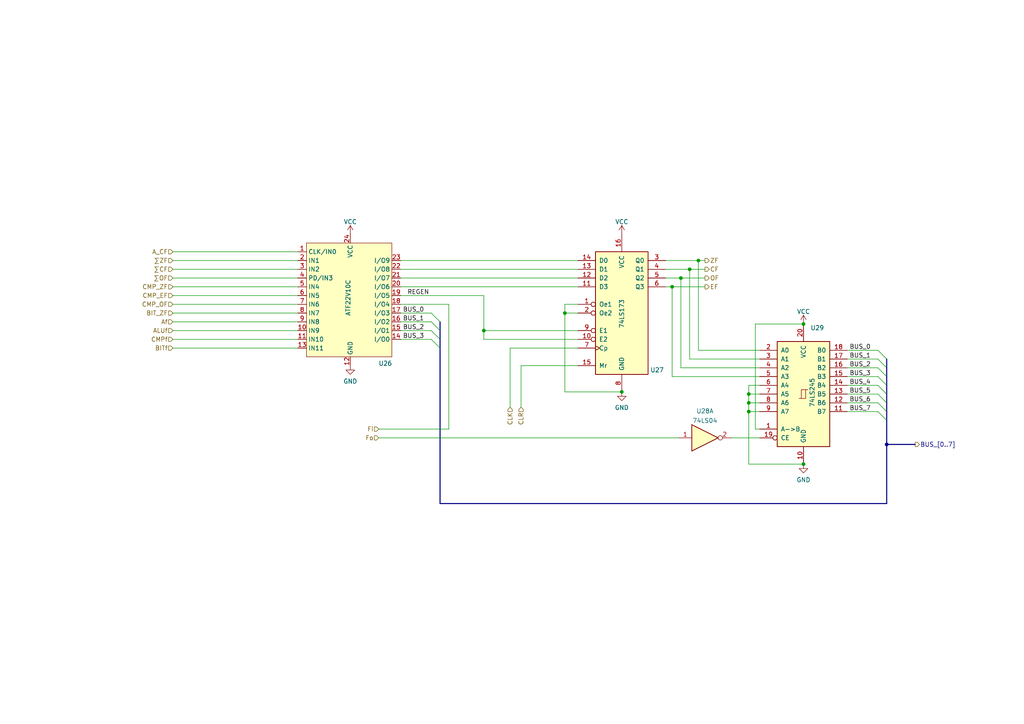
<source format=kicad_sch>
(kicad_sch (version 20230121) (generator eeschema)
  (paper "A4")
  (title_block (title "Flags Register v2") (comment 4 "Adds support for flags input"))
  (lib_symbols
    (symbol "74xx:74LS04"
      (property "Reference" "U" (at 0 1.27 0))
      (property "Value" "74LS04" (at 0 -1.27 0))
      (symbol "74LS04_1_0"
        (polyline (pts (xy -3.81 3.81) (xy -3.81 -3.81) (xy 3.81 0) (xy -3.81 3.81)) (stroke (width 0.254)) (fill (type background)))
        (pin input line (at -7.62 0 0) (length 3.81) (name "~") (number "1"))
        (pin output inverted (at 7.62 0 180) (length 3.81) (name "~") (number "2"))
      )
      (symbol "74LS04_2_0"
        (polyline (pts (xy -3.81 3.81) (xy -3.81 -3.81) (xy 3.81 0) (xy -3.81 3.81)) (stroke (width 0.254)) (fill (type background)))
        (pin input line (at -7.62 0 0) (length 3.81) (name "~") (number "3"))
        (pin output inverted (at 7.62 0 180) (length 3.81) (name "~") (number "4"))
      )
      (symbol "74LS04_3_0"
        (polyline (pts (xy -3.81 3.81) (xy -3.81 -3.81) (xy 3.81 0) (xy -3.81 3.81)) (stroke (width 0.254)) (fill (type background)))
        (pin input line (at -7.62 0 0) (length 3.81) (name "~") (number "5"))
        (pin output inverted (at 7.62 0 180) (length 3.81) (name "~") (number "6"))
      )
      (symbol "74LS04_4_0"
        (polyline (pts (xy -3.81 3.81) (xy -3.81 -3.81) (xy 3.81 0) (xy -3.81 3.81)) (stroke (width 0.254)) (fill (type background)))
        (pin output inverted (at 7.62 0 180) (length 3.81) (name "~") (number "8"))
        (pin input line (at -7.62 0 0) (length 3.81) (name "~") (number "9"))
      )
      (symbol "74LS04_5_0"
        (polyline (pts (xy -3.81 3.81) (xy -3.81 -3.81) (xy 3.81 0) (xy -3.81 3.81)) (stroke (width 0.254)) (fill (type background)))
        (pin output inverted (at 7.62 0 180) (length 3.81) (name "~") (number "10"))
        (pin input line (at -7.62 0 0) (length 3.81) (name "~") (number "11"))
      )
      (symbol "74LS04_6_0"
        (polyline (pts (xy -3.81 3.81) (xy -3.81 -3.81) (xy 3.81 0) (xy -3.81 3.81)) (stroke (width 0.254)) (fill (type background)))
        (pin output inverted (at 7.62 0 180) (length 3.81) (name "~") (number "12"))
        (pin input line (at -7.62 0 0) (length 3.81) (name "~") (number "13"))
      )
      (symbol "74LS04_7_0"
        (pin power_in line (at 0 12.7 270) (length 5.08) (name "VCC") (number "14"))
        (pin power_in line (at 0 -12.7 90) (length 5.08) (name "GND") (number "7"))
      )
      (symbol "74LS04_7_1"
        (rectangle (start -5.08 7.62) (end 5.08 -7.62) (stroke (width 0.254)) (fill (type background)))
      )
    )
    (symbol "74xx:74LS173" (pin_names (offset 1.016))
      (property "Reference" "U" (at -7.62 19.05 0))
      (property "Value" "74LS173" (at -7.62 -19.05 0))
      (symbol "74LS173_1_0"
        (pin input inverted (at -12.7 2.54 0) (length 5.08) (name "Oe1") (number "1"))
        (pin input inverted (at -12.7 -7.62 0) (length 5.08) (name "E2") (number "10"))
        (pin input line (at -12.7 7.62 0) (length 5.08) (name "D3") (number "11"))
        (pin input line (at -12.7 10.16 0) (length 5.08) (name "D2") (number "12"))
        (pin input line (at -12.7 12.7 0) (length 5.08) (name "D1") (number "13"))
        (pin input line (at -12.7 15.24 0) (length 5.08) (name "D0") (number "14"))
        (pin input line (at -12.7 -15.24 0) (length 5.08) (name "Mr") (number "15"))
        (pin power_in line (at 0 22.86 270) (length 5.08) (name "VCC") (number "16"))
        (pin input inverted (at -12.7 0 0) (length 5.08) (name "Oe2") (number "2"))
        (pin tri_state line (at 12.7 15.24 180) (length 5.08) (name "Q0") (number "3"))
        (pin tri_state line (at 12.7 12.7 180) (length 5.08) (name "Q1") (number "4"))
        (pin tri_state line (at 12.7 10.16 180) (length 5.08) (name "Q2") (number "5"))
        (pin tri_state line (at 12.7 7.62 180) (length 5.08) (name "Q3") (number "6"))
        (pin input clock (at -12.7 -10.16 0) (length 5.08) (name "Cp") (number "7"))
        (pin power_in line (at 0 -22.86 90) (length 5.08) (name "GND") (number "8"))
        (pin input inverted (at -12.7 -5.08 0) (length 5.08) (name "E1") (number "9"))
      )
      (symbol "74LS173_1_1"
        (rectangle (start -7.62 17.78) (end 7.62 -17.78) (stroke (width 0.254)) (fill (type background)))
      )
    )
    (symbol "74xx:74LS245" (pin_names (offset 1.016))
      (property "Reference" "U" (at -7.62 16.51 0))
      (property "Value" "74LS245" (at -7.62 -16.51 0))
      (symbol "74LS245_1_0"
        (polyline (pts (xy -0.635 -1.27) (xy -0.635 1.27) (xy 0.635 1.27)))
        (polyline (pts (xy -1.27 -1.27) (xy 0.635 -1.27) (xy 0.635 1.27) (xy 1.27 1.27)))
        (pin input line (at -12.7 -10.16 0) (length 5.08) (name "A->B") (number "1"))
        (pin power_in line (at 0 -20.32 90) (length 5.08) (name "GND") (number "10"))
        (pin tri_state line (at 12.7 -5.08 180) (length 5.08) (name "B7") (number "11"))
        (pin tri_state line (at 12.7 -2.54 180) (length 5.08) (name "B6") (number "12"))
        (pin tri_state line (at 12.7 0 180) (length 5.08) (name "B5") (number "13"))
        (pin tri_state line (at 12.7 2.54 180) (length 5.08) (name "B4") (number "14"))
        (pin tri_state line (at 12.7 5.08 180) (length 5.08) (name "B3") (number "15"))
        (pin tri_state line (at 12.7 7.62 180) (length 5.08) (name "B2") (number "16"))
        (pin tri_state line (at 12.7 10.16 180) (length 5.08) (name "B1") (number "17"))
        (pin tri_state line (at 12.7 12.7 180) (length 5.08) (name "B0") (number "18"))
        (pin input inverted (at -12.7 -12.7 0) (length 5.08) (name "CE") (number "19"))
        (pin tri_state line (at -12.7 12.7 0) (length 5.08) (name "A0") (number "2"))
        (pin power_in line (at 0 20.32 270) (length 5.08) (name "VCC") (number "20"))
        (pin tri_state line (at -12.7 10.16 0) (length 5.08) (name "A1") (number "3"))
        (pin tri_state line (at -12.7 7.62 0) (length 5.08) (name "A2") (number "4"))
        (pin tri_state line (at -12.7 5.08 0) (length 5.08) (name "A3") (number "5"))
        (pin tri_state line (at -12.7 2.54 0) (length 5.08) (name "A4") (number "6"))
        (pin tri_state line (at -12.7 0 0) (length 5.08) (name "A5") (number "7"))
        (pin tri_state line (at -12.7 -2.54 0) (length 5.08) (name "A6") (number "8"))
        (pin tri_state line (at -12.7 -5.08 0) (length 5.08) (name "A7") (number "9"))
      )
      (symbol "74LS245_1_1"
        (rectangle (start -7.62 15.24) (end 7.62 -15.24) (stroke (width 0.254)) (fill (type background)))
      )
    )
    (symbol "common-symbols:ATF22V10C"
      (property "Reference" "U" (at 11.43 -17.78 0))
      (property "Value" "ATF22V10C" (at 0 0 90))
      (symbol "ATF22V10C_0_0"
        (pin input line (at -15.24 13.97 0) (length 2.54) (name "CLK/IN0") (number "1"))
        (pin input line (at -15.24 -8.89 0) (length 2.54) (name "IN9") (number "10"))
        (pin input line (at -15.24 -11.43 0) (length 2.54) (name "IN10") (number "11"))
        (pin power_in line (at 0 -19.05 90) (length 2.54) (name "GND") (number "12"))
        (pin input line (at -15.24 -13.97 0) (length 2.54) (name "IN11") (number "13"))
        (pin bidirectional line (at 14.605 -11.43 180) (length 2.54) (name "I/O0") (number "14"))
        (pin bidirectional line (at 14.605 -8.89 180) (length 2.54) (name "I/O1") (number "15"))
        (pin bidirectional line (at 14.605 -6.35 180) (length 2.54) (name "I/O2") (number "16"))
        (pin bidirectional line (at 14.605 -3.81 180) (length 2.54) (name "I/O3") (number "17"))
        (pin bidirectional line (at 14.605 -1.27 180) (length 2.54) (name "I/O4") (number "18"))
        (pin bidirectional line (at 14.605 1.27 180) (length 2.54) (name "I/O5") (number "19"))
        (pin input line (at -15.24 11.43 0) (length 2.54) (name "IN1") (number "2"))
        (pin bidirectional line (at 14.605 3.81 180) (length 2.54) (name "I/O6") (number "20"))
        (pin bidirectional line (at 14.605 6.35 180) (length 2.54) (name "I/O7") (number "21"))
        (pin bidirectional line (at 14.605 8.89 180) (length 2.54) (name "I/O8") (number "22"))
        (pin bidirectional line (at 14.605 11.43 180) (length 2.54) (name "I/O9") (number "23"))
        (pin power_in line (at 0 19.05 270) (length 2.54) (name "VCC") (number "24"))
        (pin input line (at -15.24 8.89 0) (length 2.54) (name "IN2") (number "3"))
        (pin input line (at -15.24 6.35 0) (length 2.54) (name "PD/IN3") (number "4"))
        (pin input line (at -15.24 3.81 0) (length 2.54) (name "IN4") (number "5"))
        (pin input line (at -15.24 1.27 0) (length 2.54) (name "IN5") (number "6"))
        (pin input line (at -15.24 -1.27 0) (length 2.54) (name "IN6") (number "7"))
        (pin input line (at -15.24 -3.81 0) (length 2.54) (name "IN7") (number "8"))
        (pin input line (at -15.24 -6.35 0) (length 2.54) (name "IN8") (number "9"))
      )
      (symbol "ATF22V10C_0_1"
        (rectangle (start -12.7 16.51) (end 12.065 -16.51) (stroke (width 0.1524)) (fill (type background)))
      )
    )
    (symbol "power:GND" (power) (pin_names (offset 0))
      (property "Value" "GND" (at 0 -3.81 0))
      (symbol "GND_0_1"
        (polyline (pts (xy 0 0) (xy 0 -1.27) (xy 1.27 -1.27) (xy 0 -2.54) (xy -1.27 -1.27) (xy 0 -1.27)))
      )
      (symbol "GND_1_1"
        (pin power_in line (at 0 0 270) (length 0) hide (name "GND") (number "1"))
      )
    )
    (symbol "power:VCC" (power) (pin_names (offset 0))
      (property "Value" "VCC" (at 0 3.81 0))
      (symbol "VCC_0_1"
        (polyline (pts (xy -0.762 1.27) (xy 0 2.54)))
        (polyline (pts (xy 0 0) (xy 0 2.54)))
        (polyline (pts (xy 0 2.54) (xy 0.762 1.27)))
      )
      (symbol "VCC_1_1"
        (pin power_in line (at 0 0 90) (length 0) hide (name "VCC") (number "1"))
      )
    )
  )
  (junction (at 217.17 119.38))
  (junction (at 233.045 134.62))
  (junction (at 163.83 90.805))
  (junction (at 217.17 114.3))
  (junction (at 200.025 78.105))
  (junction (at 194.945 83.185))
  (junction (at 180.34 113.665))
  (junction (at 202.565 75.565))
  (junction (at 257.175 128.905))
  (junction (at 233.045 93.98))
  (junction (at 140.335 95.885))
  (junction (at 197.485 80.645))
  (junction (at 217.17 116.84))
  (bus_entry (at 125.095 93.345) (size 2.54 2.54))
  (bus_entry (at 254.635 104.14) (size 2.54 2.54))
  (bus_entry (at 254.635 106.68) (size 2.54 2.54))
  (bus_entry (at 254.635 109.22) (size 2.54 2.54))
  (bus_entry (at 254.635 101.6) (size 2.54 2.54))
  (bus_entry (at 254.635 114.3) (size 2.54 2.54))
  (bus_entry (at 254.635 119.38) (size 2.54 2.54))
  (bus_entry (at 254.635 116.84) (size 2.54 2.54))
  (bus_entry (at 254.635 111.76) (size 2.54 2.54))
  (bus_entry (at 125.095 90.805) (size 2.54 2.54))
  (bus_entry (at 125.095 98.425) (size 2.54 2.54))
  (bus_entry (at 125.095 95.885) (size 2.54 2.54))
  (wire (pts (xy 197.485 80.645) (xy 197.485 106.68)))
  (wire (pts (xy 163.83 88.265) (xy 163.83 90.805)))
  (bus (pts (xy 257.175 109.22) (xy 257.175 111.76)))
  (wire (pts (xy 197.485 106.68) (xy 220.345 106.68)))
  (wire (pts (xy 50.165 78.105) (xy 86.36 78.105)))
  (wire (pts (xy 116.205 83.185) (xy 167.64 83.185)))
  (wire (pts (xy 140.335 85.725) (xy 140.335 95.885)))
  (wire (pts (xy 151.13 118.11) (xy 151.13 106.045)))
  (wire (pts (xy 163.83 113.665) (xy 180.34 113.665)))
  (wire (pts (xy 50.165 80.645) (xy 86.36 80.645)))
  (wire (pts (xy 116.205 78.105) (xy 167.64 78.105)))
  (wire (pts (xy 50.165 98.425) (xy 86.36 98.425)))
  (wire (pts (xy 220.345 111.76) (xy 217.17 111.76)))
  (wire (pts (xy 200.025 104.14) (xy 220.345 104.14)))
  (wire (pts (xy 193.04 80.645) (xy 197.485 80.645)))
  (bus (pts (xy 257.175 121.92) (xy 257.175 128.905)))
  (wire (pts (xy 130.175 124.46) (xy 130.175 88.265)))
  (wire (pts (xy 163.83 90.805) (xy 163.83 113.665)))
  (wire (pts (xy 193.04 83.185) (xy 194.945 83.185)))
  (wire (pts (xy 197.485 80.645) (xy 204.47 80.645)))
  (wire (pts (xy 50.165 83.185) (xy 86.36 83.185)))
  (bus (pts (xy 127.635 95.885) (xy 127.635 98.425)))
  (wire (pts (xy 50.165 100.965) (xy 86.36 100.965)))
  (wire (pts (xy 217.17 116.84) (xy 217.17 119.38)))
  (wire (pts (xy 202.565 75.565) (xy 202.565 101.6)))
  (bus (pts (xy 127.635 93.345) (xy 127.635 95.885)))
  (bus (pts (xy 257.175 116.84) (xy 257.175 119.38)))
  (wire (pts (xy 245.745 106.68) (xy 254.635 106.68)))
  (wire (pts (xy 109.855 127) (xy 196.85 127)))
  (wire (pts (xy 220.345 124.46) (xy 219.075 124.46)))
  (wire (pts (xy 194.945 109.22) (xy 220.345 109.22)))
  (wire (pts (xy 219.075 93.98) (xy 233.045 93.98)))
  (wire (pts (xy 245.745 114.3) (xy 254.635 114.3)))
  (bus (pts (xy 257.175 111.76) (xy 257.175 114.3)))
  (wire (pts (xy 116.205 95.885) (xy 125.095 95.885)))
  (wire (pts (xy 140.335 95.885) (xy 167.64 95.885)))
  (wire (pts (xy 50.165 73.025) (xy 86.36 73.025)))
  (wire (pts (xy 202.565 101.6) (xy 220.345 101.6)))
  (wire (pts (xy 200.025 78.105) (xy 200.025 104.14)))
  (wire (pts (xy 200.025 78.105) (xy 204.47 78.105)))
  (wire (pts (xy 193.04 78.105) (xy 200.025 78.105)))
  (wire (pts (xy 212.09 127) (xy 220.345 127)))
  (wire (pts (xy 245.745 116.84) (xy 254.635 116.84)))
  (wire (pts (xy 116.205 93.345) (xy 125.095 93.345)))
  (wire (pts (xy 167.64 98.425) (xy 140.335 98.425)))
  (wire (pts (xy 245.745 111.76) (xy 254.635 111.76)))
  (wire (pts (xy 217.17 111.76) (xy 217.17 114.3)))
  (wire (pts (xy 220.345 114.3) (xy 217.17 114.3)))
  (bus (pts (xy 257.175 104.14) (xy 257.175 106.68)))
  (wire (pts (xy 220.345 119.38) (xy 217.17 119.38)))
  (wire (pts (xy 217.17 119.38) (xy 217.17 134.62)))
  (bus (pts (xy 127.635 146.05) (xy 127.635 100.965)))
  (wire (pts (xy 245.745 119.38) (xy 254.635 119.38)))
  (bus (pts (xy 257.175 114.3) (xy 257.175 116.84)))
  (wire (pts (xy 245.745 104.14) (xy 254.635 104.14)))
  (wire (pts (xy 194.945 83.185) (xy 204.47 83.185)))
  (wire (pts (xy 50.165 88.265) (xy 86.36 88.265)))
  (bus (pts (xy 257.175 146.05) (xy 127.635 146.05)))
  (wire (pts (xy 167.64 90.805) (xy 163.83 90.805)))
  (wire (pts (xy 109.855 124.46) (xy 130.175 124.46)))
  (bus (pts (xy 257.175 128.905) (xy 257.175 146.05)))
  (wire (pts (xy 220.345 116.84) (xy 217.17 116.84)))
  (wire (pts (xy 116.205 90.805) (xy 125.095 90.805)))
  (bus (pts (xy 257.175 128.905) (xy 265.43 128.905)))
  (wire (pts (xy 147.955 100.965) (xy 167.64 100.965)))
  (bus (pts (xy 257.175 119.38) (xy 257.175 121.92)))
  (wire (pts (xy 50.165 85.725) (xy 86.36 85.725)))
  (wire (pts (xy 219.075 124.46) (xy 219.075 93.98)))
  (wire (pts (xy 147.955 118.11) (xy 147.955 100.965)))
  (wire (pts (xy 167.64 88.265) (xy 163.83 88.265)))
  (wire (pts (xy 217.17 114.3) (xy 217.17 116.84)))
  (wire (pts (xy 217.17 134.62) (xy 233.045 134.62)))
  (wire (pts (xy 140.335 98.425) (xy 140.335 95.885)))
  (wire (pts (xy 50.165 90.805) (xy 86.36 90.805)))
  (wire (pts (xy 50.165 93.345) (xy 86.36 93.345)))
  (wire (pts (xy 50.165 95.885) (xy 86.36 95.885)))
  (wire (pts (xy 116.205 75.565) (xy 167.64 75.565)))
  (wire (pts (xy 245.745 109.22) (xy 254.635 109.22)))
  (bus (pts (xy 257.175 106.68) (xy 257.175 109.22)))
  (wire (pts (xy 50.165 75.565) (xy 86.36 75.565)))
  (wire (pts (xy 202.565 75.565) (xy 204.47 75.565)))
  (wire (pts (xy 193.04 75.565) (xy 202.565 75.565)))
  (bus (pts (xy 127.635 98.425) (xy 127.635 100.965)))
  (wire (pts (xy 116.205 85.725) (xy 140.335 85.725)))
  (wire (pts (xy 116.205 98.425) (xy 125.095 98.425)))
  (wire (pts (xy 245.745 101.6) (xy 254.635 101.6)))
  (wire (pts (xy 151.13 106.045) (xy 167.64 106.045)))
  (wire (pts (xy 194.945 83.185) (xy 194.945 109.22)))
  (wire (pts (xy 130.175 88.265) (xy 116.205 88.265)))
  (wire (pts (xy 116.205 80.645) (xy 167.64 80.645)))
  (label "REGEN" (at 118.11 85.725 0))
  (label "BUS_4" (at 246.38 111.76 0))
  (label "BUS_3" (at 116.84 98.425 0))
  (label "BUS_0" (at 116.84 90.805 0))
  (label "BUS_3" (at 246.38 109.22 0))
  (label "BUS_2" (at 116.84 95.885 0))
  (label "BUS_5" (at 246.38 114.3 0))
  (label "BUS_1" (at 246.38 104.14 0))
  (label "BUS_1" (at 116.84 93.345 0))
  (label "BUS_0" (at 246.38 101.6 0))
  (label "BUS_2" (at 246.38 106.68 0))
  (label "BUS_7" (at 246.38 119.38 0))
  (label "BUS_6" (at 246.38 116.84 0))
  (hierarchical_label "Fi" (shape input) (at 109.855 124.46 180))
  (hierarchical_label "CMP_EF" (shape input) (at 50.165 85.725 180))
  (hierarchical_label "CF" (shape output) (at 204.47 78.105 0))
  (hierarchical_label "A_CF" (shape input) (at 50.165 73.025 180))
  (hierarchical_label "∑ZF" (shape input) (at 50.165 75.565 180))
  (hierarchical_label "OF" (shape output) (at 204.47 80.645 0))
  (hierarchical_label "CLR" (shape input) (at 151.13 118.11 270))
  (hierarchical_label "CMP_OF" (shape input) (at 50.165 88.265 180))
  (hierarchical_label "ZF" (shape output) (at 204.47 75.565 0))
  (hierarchical_label "BITf" (shape input) (at 50.165 100.965 180))
  (hierarchical_label "BUS_[0..7]" (shape output) (at 265.43 128.905 0))
  (hierarchical_label "EF" (shape output) (at 204.47 83.185 0))
  (hierarchical_label "Af" (shape input) (at 50.165 93.345 180))
  (hierarchical_label "CMPf" (shape input) (at 50.165 98.425 180))
  (hierarchical_label "CMP_ZF" (shape input) (at 50.165 83.185 180))
  (hierarchical_label "∑OF" (shape input) (at 50.165 80.645 180))
  (hierarchical_label "ALUf" (shape input) (at 50.165 95.885 180))
  (hierarchical_label "CLK" (shape input) (at 147.955 118.11 270))
  (hierarchical_label "∑CF" (shape input) (at 50.165 78.105 180))
  (hierarchical_label "Fo" (shape input) (at 109.855 127 180))
  (hierarchical_label "BIT_ZF" (shape input) (at 50.165 90.805 180))
  (symbol (lib_id "74xx:74LS04") (at 204.47 127 0) (unit 1)
    (property "Reference" "U28" (at 204.47 119.2235 0))
    (property "Value" "74LS04" (at 204.47 121.9986 0))
    (property "Datasheet" "http://www.ti.com/lit/gpn/sn74LS04" (effects hide))
  )
  (symbol (lib_id "power:GND") (at 101.6 106.045 0) (unit 1)
    (property "Reference" "#PWR034" (effects hide))
    (property "Value" "GND" (at 101.6 110.6075 0))
  )
  (symbol (lib_id "power:VCC") (at 233.045 93.98 0) (unit 1)
    (property "Reference" "#PWR037" (effects hide))
    (property "Value" "VCC" (at 233.045 90.3755 0))
  )
  (symbol (lib_id "power:GND") (at 180.34 113.665 0) (unit 1)
    (property "Reference" "#PWR036" (effects hide))
    (property "Value" "GND" (at 180.34 118.2275 0))
  )
  (symbol (lib_id "power:GND") (at 233.045 134.62 0) (unit 1)
    (property "Reference" "#PWR038" (effects hide))
    (property "Value" "GND" (at 233.045 139.1825 0))
  )
  (symbol (lib_id "power:VCC") (at 101.6 67.945 0) (unit 1)
    (property "Reference" "#PWR033" (effects hide))
    (property "Value" "VCC" (at 101.6 64.3405 0))
  )
  (symbol (lib_id "74xx:74LS173") (at 180.34 90.805 0) (unit 1)
    (property "Reference" "U27" (at 188.595 107.315 0) (effects (justify left)))
    (property "Value" "74LS173" (at 180.34 95.25 90) (effects (justify left)))
    (property "Datasheet" "http://www.ti.com/lit/gpn/sn74LS173" (effects hide))
  )
  (symbol (lib_id "power:VCC") (at 180.34 67.945 0) (unit 1)
    (property "Reference" "#PWR035" (effects hide))
    (property "Value" "VCC" (at 180.34 64.3405 0))
  )
  (symbol (lib_id "74xx:74LS245") (at 233.045 114.3 0) (unit 1)
    (property "Reference" "U29" (at 235.0644 95.0935 0) (effects (justify left)))
    (property "Value" "74LS245" (at 235.585 118.11 90) (effects (justify left)))
    (property "Datasheet" "http://www.ti.com/lit/gpn/sn74LS245" (effects hide))
  )
  (symbol (lib_id "common-symbols:ATF22V10C") (at 101.6 86.995 0) (unit 1)
    (property "Reference" "U26" (at 111.76 105.41 0))
    (property "Value" "ATF22V10C" (at 100.965 86.36 90))
  )
)
</source>
